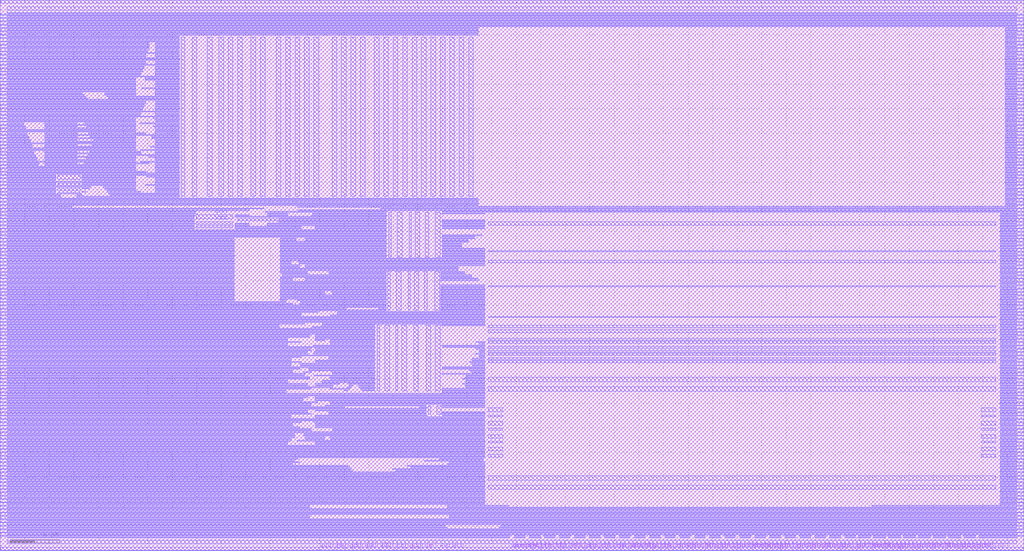
<source format=lef>
VERSION 5.8 ; 
BUSBITCHARS "[]" ; 
DIVIDERCHAR "/" ; 
MACRO sram22_128x32m4w8
    CLASS BLOCK  ;
    FOREIGN sram22_128x32m4w8   ;
    SIZE 416.760 BY 224.320 ;
    SYMMETRY X Y R90 ;
    PIN dout[0] 
        DIRECTION OUTPUT ; 
        ANTENNADIFFAREA 0.448000 LAYER met2 ;
        ANTENNAPARTIALMETALAREA 0.950300 LAYER met1 ;
        ANTENNAPARTIALMETALAREA 7.335400 LAYER met2 ;
        PORT 
            LAYER met1 ;
                RECT 208.510 0.000 208.650 0.140 ;
        END 
    END dout[0] 
    PIN dout[1] 
        DIRECTION OUTPUT ; 
        ANTENNADIFFAREA 0.448000 LAYER met2 ;
        ANTENNAPARTIALMETALAREA 0.950300 LAYER met1 ;
        ANTENNAPARTIALMETALAREA 7.335400 LAYER met2 ;
        PORT 
            LAYER met1 ;
                RECT 214.610 0.000 214.750 0.140 ;
        END 
    END dout[1] 
    PIN dout[2] 
        DIRECTION OUTPUT ; 
        ANTENNADIFFAREA 0.448000 LAYER met2 ;
        ANTENNAPARTIALMETALAREA 0.950300 LAYER met1 ;
        ANTENNAPARTIALMETALAREA 7.335400 LAYER met2 ;
        PORT 
            LAYER met1 ;
                RECT 220.710 0.000 220.850 0.140 ;
        END 
    END dout[2] 
    PIN dout[3] 
        DIRECTION OUTPUT ; 
        ANTENNADIFFAREA 0.448000 LAYER met2 ;
        ANTENNAPARTIALMETALAREA 0.950300 LAYER met1 ;
        ANTENNAPARTIALMETALAREA 7.335400 LAYER met2 ;
        PORT 
            LAYER met1 ;
                RECT 226.810 0.000 226.950 0.140 ;
        END 
    END dout[3] 
    PIN dout[4] 
        DIRECTION OUTPUT ; 
        ANTENNADIFFAREA 0.448000 LAYER met2 ;
        ANTENNAPARTIALMETALAREA 0.950300 LAYER met1 ;
        ANTENNAPARTIALMETALAREA 7.335400 LAYER met2 ;
        PORT 
            LAYER met1 ;
                RECT 232.910 0.000 233.050 0.140 ;
        END 
    END dout[4] 
    PIN dout[5] 
        DIRECTION OUTPUT ; 
        ANTENNADIFFAREA 0.448000 LAYER met2 ;
        ANTENNAPARTIALMETALAREA 0.950300 LAYER met1 ;
        ANTENNAPARTIALMETALAREA 7.335400 LAYER met2 ;
        PORT 
            LAYER met1 ;
                RECT 239.010 0.000 239.150 0.140 ;
        END 
    END dout[5] 
    PIN dout[6] 
        DIRECTION OUTPUT ; 
        ANTENNADIFFAREA 0.448000 LAYER met2 ;
        ANTENNAPARTIALMETALAREA 0.950300 LAYER met1 ;
        ANTENNAPARTIALMETALAREA 7.335400 LAYER met2 ;
        PORT 
            LAYER met1 ;
                RECT 245.110 0.000 245.250 0.140 ;
        END 
    END dout[6] 
    PIN dout[7] 
        DIRECTION OUTPUT ; 
        ANTENNADIFFAREA 0.448000 LAYER met2 ;
        ANTENNAPARTIALMETALAREA 0.950300 LAYER met1 ;
        ANTENNAPARTIALMETALAREA 7.335400 LAYER met2 ;
        PORT 
            LAYER met1 ;
                RECT 251.210 0.000 251.350 0.140 ;
        END 
    END dout[7] 
    PIN dout[8] 
        DIRECTION OUTPUT ; 
        ANTENNADIFFAREA 0.448000 LAYER met2 ;
        ANTENNAPARTIALMETALAREA 0.950300 LAYER met1 ;
        ANTENNAPARTIALMETALAREA 7.335400 LAYER met2 ;
        PORT 
            LAYER met1 ;
                RECT 257.310 0.000 257.450 0.140 ;
        END 
    END dout[8] 
    PIN dout[9] 
        DIRECTION OUTPUT ; 
        ANTENNADIFFAREA 0.448000 LAYER met2 ;
        ANTENNAPARTIALMETALAREA 0.950300 LAYER met1 ;
        ANTENNAPARTIALMETALAREA 7.335400 LAYER met2 ;
        PORT 
            LAYER met1 ;
                RECT 263.410 0.000 263.550 0.140 ;
        END 
    END dout[9] 
    PIN dout[10] 
        DIRECTION OUTPUT ; 
        ANTENNADIFFAREA 0.448000 LAYER met2 ;
        ANTENNAPARTIALMETALAREA 0.950300 LAYER met1 ;
        ANTENNAPARTIALMETALAREA 7.335400 LAYER met2 ;
        PORT 
            LAYER met1 ;
                RECT 269.510 0.000 269.650 0.140 ;
        END 
    END dout[10] 
    PIN dout[11] 
        DIRECTION OUTPUT ; 
        ANTENNADIFFAREA 0.448000 LAYER met2 ;
        ANTENNAPARTIALMETALAREA 0.950300 LAYER met1 ;
        ANTENNAPARTIALMETALAREA 7.335400 LAYER met2 ;
        PORT 
            LAYER met1 ;
                RECT 275.610 0.000 275.750 0.140 ;
        END 
    END dout[11] 
    PIN dout[12] 
        DIRECTION OUTPUT ; 
        ANTENNADIFFAREA 0.448000 LAYER met2 ;
        ANTENNAPARTIALMETALAREA 0.950300 LAYER met1 ;
        ANTENNAPARTIALMETALAREA 7.335400 LAYER met2 ;
        PORT 
            LAYER met1 ;
                RECT 281.710 0.000 281.850 0.140 ;
        END 
    END dout[12] 
    PIN dout[13] 
        DIRECTION OUTPUT ; 
        ANTENNADIFFAREA 0.448000 LAYER met2 ;
        ANTENNAPARTIALMETALAREA 0.950300 LAYER met1 ;
        ANTENNAPARTIALMETALAREA 7.335400 LAYER met2 ;
        PORT 
            LAYER met1 ;
                RECT 287.810 0.000 287.950 0.140 ;
        END 
    END dout[13] 
    PIN dout[14] 
        DIRECTION OUTPUT ; 
        ANTENNADIFFAREA 0.448000 LAYER met2 ;
        ANTENNAPARTIALMETALAREA 0.950300 LAYER met1 ;
        ANTENNAPARTIALMETALAREA 7.335400 LAYER met2 ;
        PORT 
            LAYER met1 ;
                RECT 293.910 0.000 294.050 0.140 ;
        END 
    END dout[14] 
    PIN dout[15] 
        DIRECTION OUTPUT ; 
        ANTENNADIFFAREA 0.448000 LAYER met2 ;
        ANTENNAPARTIALMETALAREA 0.950300 LAYER met1 ;
        ANTENNAPARTIALMETALAREA 7.335400 LAYER met2 ;
        PORT 
            LAYER met1 ;
                RECT 300.010 0.000 300.150 0.140 ;
        END 
    END dout[15] 
    PIN dout[16] 
        DIRECTION OUTPUT ; 
        ANTENNADIFFAREA 0.448000 LAYER met2 ;
        ANTENNAPARTIALMETALAREA 0.950300 LAYER met1 ;
        ANTENNAPARTIALMETALAREA 7.335400 LAYER met2 ;
        PORT 
            LAYER met1 ;
                RECT 306.110 0.000 306.250 0.140 ;
        END 
    END dout[16] 
    PIN dout[17] 
        DIRECTION OUTPUT ; 
        ANTENNADIFFAREA 0.448000 LAYER met2 ;
        ANTENNAPARTIALMETALAREA 0.950300 LAYER met1 ;
        ANTENNAPARTIALMETALAREA 7.335400 LAYER met2 ;
        PORT 
            LAYER met1 ;
                RECT 312.210 0.000 312.350 0.140 ;
        END 
    END dout[17] 
    PIN dout[18] 
        DIRECTION OUTPUT ; 
        ANTENNADIFFAREA 0.448000 LAYER met2 ;
        ANTENNAPARTIALMETALAREA 0.950300 LAYER met1 ;
        ANTENNAPARTIALMETALAREA 7.335400 LAYER met2 ;
        PORT 
            LAYER met1 ;
                RECT 318.310 0.000 318.450 0.140 ;
        END 
    END dout[18] 
    PIN dout[19] 
        DIRECTION OUTPUT ; 
        ANTENNADIFFAREA 0.448000 LAYER met2 ;
        ANTENNAPARTIALMETALAREA 0.950300 LAYER met1 ;
        ANTENNAPARTIALMETALAREA 7.335400 LAYER met2 ;
        PORT 
            LAYER met1 ;
                RECT 324.410 0.000 324.550 0.140 ;
        END 
    END dout[19] 
    PIN dout[20] 
        DIRECTION OUTPUT ; 
        ANTENNADIFFAREA 0.448000 LAYER met2 ;
        ANTENNAPARTIALMETALAREA 0.950300 LAYER met1 ;
        ANTENNAPARTIALMETALAREA 7.335400 LAYER met2 ;
        PORT 
            LAYER met1 ;
                RECT 330.510 0.000 330.650 0.140 ;
        END 
    END dout[20] 
    PIN dout[21] 
        DIRECTION OUTPUT ; 
        ANTENNADIFFAREA 0.448000 LAYER met2 ;
        ANTENNAPARTIALMETALAREA 0.950300 LAYER met1 ;
        ANTENNAPARTIALMETALAREA 7.335400 LAYER met2 ;
        PORT 
            LAYER met1 ;
                RECT 336.610 0.000 336.750 0.140 ;
        END 
    END dout[21] 
    PIN dout[22] 
        DIRECTION OUTPUT ; 
        ANTENNADIFFAREA 0.448000 LAYER met2 ;
        ANTENNAPARTIALMETALAREA 0.950300 LAYER met1 ;
        ANTENNAPARTIALMETALAREA 7.335400 LAYER met2 ;
        PORT 
            LAYER met1 ;
                RECT 342.710 0.000 342.850 0.140 ;
        END 
    END dout[22] 
    PIN dout[23] 
        DIRECTION OUTPUT ; 
        ANTENNADIFFAREA 0.448000 LAYER met2 ;
        ANTENNAPARTIALMETALAREA 0.950300 LAYER met1 ;
        ANTENNAPARTIALMETALAREA 7.335400 LAYER met2 ;
        PORT 
            LAYER met1 ;
                RECT 348.810 0.000 348.950 0.140 ;
        END 
    END dout[23] 
    PIN dout[24] 
        DIRECTION OUTPUT ; 
        ANTENNADIFFAREA 0.448000 LAYER met2 ;
        ANTENNAPARTIALMETALAREA 0.950300 LAYER met1 ;
        ANTENNAPARTIALMETALAREA 7.335400 LAYER met2 ;
        PORT 
            LAYER met1 ;
                RECT 354.910 0.000 355.050 0.140 ;
        END 
    END dout[24] 
    PIN dout[25] 
        DIRECTION OUTPUT ; 
        ANTENNADIFFAREA 0.448000 LAYER met2 ;
        ANTENNAPARTIALMETALAREA 0.950300 LAYER met1 ;
        ANTENNAPARTIALMETALAREA 7.335400 LAYER met2 ;
        PORT 
            LAYER met1 ;
                RECT 361.010 0.000 361.150 0.140 ;
        END 
    END dout[25] 
    PIN dout[26] 
        DIRECTION OUTPUT ; 
        ANTENNADIFFAREA 0.448000 LAYER met2 ;
        ANTENNAPARTIALMETALAREA 0.950300 LAYER met1 ;
        ANTENNAPARTIALMETALAREA 7.335400 LAYER met2 ;
        PORT 
            LAYER met1 ;
                RECT 367.110 0.000 367.250 0.140 ;
        END 
    END dout[26] 
    PIN dout[27] 
        DIRECTION OUTPUT ; 
        ANTENNADIFFAREA 0.448000 LAYER met2 ;
        ANTENNAPARTIALMETALAREA 0.950300 LAYER met1 ;
        ANTENNAPARTIALMETALAREA 7.335400 LAYER met2 ;
        PORT 
            LAYER met1 ;
                RECT 373.210 0.000 373.350 0.140 ;
        END 
    END dout[27] 
    PIN dout[28] 
        DIRECTION OUTPUT ; 
        ANTENNADIFFAREA 0.448000 LAYER met2 ;
        ANTENNAPARTIALMETALAREA 0.950300 LAYER met1 ;
        ANTENNAPARTIALMETALAREA 7.335400 LAYER met2 ;
        PORT 
            LAYER met1 ;
                RECT 379.310 0.000 379.450 0.140 ;
        END 
    END dout[28] 
    PIN dout[29] 
        DIRECTION OUTPUT ; 
        ANTENNADIFFAREA 0.448000 LAYER met2 ;
        ANTENNAPARTIALMETALAREA 0.950300 LAYER met1 ;
        ANTENNAPARTIALMETALAREA 7.335400 LAYER met2 ;
        PORT 
            LAYER met1 ;
                RECT 385.410 0.000 385.550 0.140 ;
        END 
    END dout[29] 
    PIN dout[30] 
        DIRECTION OUTPUT ; 
        ANTENNADIFFAREA 0.448000 LAYER met2 ;
        ANTENNAPARTIALMETALAREA 0.950300 LAYER met1 ;
        ANTENNAPARTIALMETALAREA 7.335400 LAYER met2 ;
        PORT 
            LAYER met1 ;
                RECT 391.510 0.000 391.650 0.140 ;
        END 
    END dout[30] 
    PIN dout[31] 
        DIRECTION OUTPUT ; 
        ANTENNADIFFAREA 0.448000 LAYER met2 ;
        ANTENNAPARTIALMETALAREA 0.950300 LAYER met1 ;
        ANTENNAPARTIALMETALAREA 7.335400 LAYER met2 ;
        PORT 
            LAYER met1 ;
                RECT 397.610 0.000 397.750 0.140 ;
        END 
    END dout[31] 
    PIN din[0] 
        DIRECTION INPUT ; 
        ANTENNAGATEAREA 0.126000 LAYER met2 ;
        ANTENNAPARTIALMETALAREA 5.020800 LAYER met1 ;
        ANTENNAPARTIALMETALAREA 7.057000 LAYER met2 ;
        PORT 
            LAYER met1 ;
                RECT 208.090 0.000 208.230 0.140 ;
        END 
    END din[0] 
    PIN din[1] 
        DIRECTION INPUT ; 
        ANTENNAGATEAREA 0.126000 LAYER met2 ;
        ANTENNAPARTIALMETALAREA 5.020800 LAYER met1 ;
        ANTENNAPARTIALMETALAREA 7.057000 LAYER met2 ;
        PORT 
            LAYER met1 ;
                RECT 214.190 0.000 214.330 0.140 ;
        END 
    END din[1] 
    PIN din[2] 
        DIRECTION INPUT ; 
        ANTENNAGATEAREA 0.126000 LAYER met2 ;
        ANTENNAPARTIALMETALAREA 5.020800 LAYER met1 ;
        ANTENNAPARTIALMETALAREA 7.057000 LAYER met2 ;
        PORT 
            LAYER met1 ;
                RECT 220.290 0.000 220.430 0.140 ;
        END 
    END din[2] 
    PIN din[3] 
        DIRECTION INPUT ; 
        ANTENNAGATEAREA 0.126000 LAYER met2 ;
        ANTENNAPARTIALMETALAREA 5.020800 LAYER met1 ;
        ANTENNAPARTIALMETALAREA 7.057000 LAYER met2 ;
        PORT 
            LAYER met1 ;
                RECT 226.390 0.000 226.530 0.140 ;
        END 
    END din[3] 
    PIN din[4] 
        DIRECTION INPUT ; 
        ANTENNAGATEAREA 0.126000 LAYER met2 ;
        ANTENNAPARTIALMETALAREA 5.020800 LAYER met1 ;
        ANTENNAPARTIALMETALAREA 7.057000 LAYER met2 ;
        PORT 
            LAYER met1 ;
                RECT 232.490 0.000 232.630 0.140 ;
        END 
    END din[4] 
    PIN din[5] 
        DIRECTION INPUT ; 
        ANTENNAGATEAREA 0.126000 LAYER met2 ;
        ANTENNAPARTIALMETALAREA 5.020800 LAYER met1 ;
        ANTENNAPARTIALMETALAREA 7.057000 LAYER met2 ;
        PORT 
            LAYER met1 ;
                RECT 238.590 0.000 238.730 0.140 ;
        END 
    END din[5] 
    PIN din[6] 
        DIRECTION INPUT ; 
        ANTENNAGATEAREA 0.126000 LAYER met2 ;
        ANTENNAPARTIALMETALAREA 5.020800 LAYER met1 ;
        ANTENNAPARTIALMETALAREA 7.057000 LAYER met2 ;
        PORT 
            LAYER met1 ;
                RECT 244.690 0.000 244.830 0.140 ;
        END 
    END din[6] 
    PIN din[7] 
        DIRECTION INPUT ; 
        ANTENNAGATEAREA 0.126000 LAYER met2 ;
        ANTENNAPARTIALMETALAREA 5.020800 LAYER met1 ;
        ANTENNAPARTIALMETALAREA 7.057000 LAYER met2 ;
        PORT 
            LAYER met1 ;
                RECT 250.790 0.000 250.930 0.140 ;
        END 
    END din[7] 
    PIN din[8] 
        DIRECTION INPUT ; 
        ANTENNAGATEAREA 0.126000 LAYER met2 ;
        ANTENNAPARTIALMETALAREA 5.020800 LAYER met1 ;
        ANTENNAPARTIALMETALAREA 7.057000 LAYER met2 ;
        PORT 
            LAYER met1 ;
                RECT 256.890 0.000 257.030 0.140 ;
        END 
    END din[8] 
    PIN din[9] 
        DIRECTION INPUT ; 
        ANTENNAGATEAREA 0.126000 LAYER met2 ;
        ANTENNAPARTIALMETALAREA 5.020800 LAYER met1 ;
        ANTENNAPARTIALMETALAREA 7.057000 LAYER met2 ;
        PORT 
            LAYER met1 ;
                RECT 262.990 0.000 263.130 0.140 ;
        END 
    END din[9] 
    PIN din[10] 
        DIRECTION INPUT ; 
        ANTENNAGATEAREA 0.126000 LAYER met2 ;
        ANTENNAPARTIALMETALAREA 5.020800 LAYER met1 ;
        ANTENNAPARTIALMETALAREA 7.057000 LAYER met2 ;
        PORT 
            LAYER met1 ;
                RECT 269.090 0.000 269.230 0.140 ;
        END 
    END din[10] 
    PIN din[11] 
        DIRECTION INPUT ; 
        ANTENNAGATEAREA 0.126000 LAYER met2 ;
        ANTENNAPARTIALMETALAREA 5.020800 LAYER met1 ;
        ANTENNAPARTIALMETALAREA 7.057000 LAYER met2 ;
        PORT 
            LAYER met1 ;
                RECT 275.190 0.000 275.330 0.140 ;
        END 
    END din[11] 
    PIN din[12] 
        DIRECTION INPUT ; 
        ANTENNAGATEAREA 0.126000 LAYER met2 ;
        ANTENNAPARTIALMETALAREA 5.020800 LAYER met1 ;
        ANTENNAPARTIALMETALAREA 7.057000 LAYER met2 ;
        PORT 
            LAYER met1 ;
                RECT 281.290 0.000 281.430 0.140 ;
        END 
    END din[12] 
    PIN din[13] 
        DIRECTION INPUT ; 
        ANTENNAGATEAREA 0.126000 LAYER met2 ;
        ANTENNAPARTIALMETALAREA 5.020800 LAYER met1 ;
        ANTENNAPARTIALMETALAREA 7.057000 LAYER met2 ;
        PORT 
            LAYER met1 ;
                RECT 287.390 0.000 287.530 0.140 ;
        END 
    END din[13] 
    PIN din[14] 
        DIRECTION INPUT ; 
        ANTENNAGATEAREA 0.126000 LAYER met2 ;
        ANTENNAPARTIALMETALAREA 5.020800 LAYER met1 ;
        ANTENNAPARTIALMETALAREA 7.057000 LAYER met2 ;
        PORT 
            LAYER met1 ;
                RECT 293.490 0.000 293.630 0.140 ;
        END 
    END din[14] 
    PIN din[15] 
        DIRECTION INPUT ; 
        ANTENNAGATEAREA 0.126000 LAYER met2 ;
        ANTENNAPARTIALMETALAREA 5.020800 LAYER met1 ;
        ANTENNAPARTIALMETALAREA 7.057000 LAYER met2 ;
        PORT 
            LAYER met1 ;
                RECT 299.590 0.000 299.730 0.140 ;
        END 
    END din[15] 
    PIN din[16] 
        DIRECTION INPUT ; 
        ANTENNAGATEAREA 0.126000 LAYER met2 ;
        ANTENNAPARTIALMETALAREA 5.020800 LAYER met1 ;
        ANTENNAPARTIALMETALAREA 7.057000 LAYER met2 ;
        PORT 
            LAYER met1 ;
                RECT 305.690 0.000 305.830 0.140 ;
        END 
    END din[16] 
    PIN din[17] 
        DIRECTION INPUT ; 
        ANTENNAGATEAREA 0.126000 LAYER met2 ;
        ANTENNAPARTIALMETALAREA 5.020800 LAYER met1 ;
        ANTENNAPARTIALMETALAREA 7.057000 LAYER met2 ;
        PORT 
            LAYER met1 ;
                RECT 311.790 0.000 311.930 0.140 ;
        END 
    END din[17] 
    PIN din[18] 
        DIRECTION INPUT ; 
        ANTENNAGATEAREA 0.126000 LAYER met2 ;
        ANTENNAPARTIALMETALAREA 5.020800 LAYER met1 ;
        ANTENNAPARTIALMETALAREA 7.057000 LAYER met2 ;
        PORT 
            LAYER met1 ;
                RECT 317.890 0.000 318.030 0.140 ;
        END 
    END din[18] 
    PIN din[19] 
        DIRECTION INPUT ; 
        ANTENNAGATEAREA 0.126000 LAYER met2 ;
        ANTENNAPARTIALMETALAREA 5.020800 LAYER met1 ;
        ANTENNAPARTIALMETALAREA 7.057000 LAYER met2 ;
        PORT 
            LAYER met1 ;
                RECT 323.990 0.000 324.130 0.140 ;
        END 
    END din[19] 
    PIN din[20] 
        DIRECTION INPUT ; 
        ANTENNAGATEAREA 0.126000 LAYER met2 ;
        ANTENNAPARTIALMETALAREA 5.020800 LAYER met1 ;
        ANTENNAPARTIALMETALAREA 7.057000 LAYER met2 ;
        PORT 
            LAYER met1 ;
                RECT 330.090 0.000 330.230 0.140 ;
        END 
    END din[20] 
    PIN din[21] 
        DIRECTION INPUT ; 
        ANTENNAGATEAREA 0.126000 LAYER met2 ;
        ANTENNAPARTIALMETALAREA 5.020800 LAYER met1 ;
        ANTENNAPARTIALMETALAREA 7.057000 LAYER met2 ;
        PORT 
            LAYER met1 ;
                RECT 336.190 0.000 336.330 0.140 ;
        END 
    END din[21] 
    PIN din[22] 
        DIRECTION INPUT ; 
        ANTENNAGATEAREA 0.126000 LAYER met2 ;
        ANTENNAPARTIALMETALAREA 5.020800 LAYER met1 ;
        ANTENNAPARTIALMETALAREA 7.057000 LAYER met2 ;
        PORT 
            LAYER met1 ;
                RECT 342.290 0.000 342.430 0.140 ;
        END 
    END din[22] 
    PIN din[23] 
        DIRECTION INPUT ; 
        ANTENNAGATEAREA 0.126000 LAYER met2 ;
        ANTENNAPARTIALMETALAREA 5.020800 LAYER met1 ;
        ANTENNAPARTIALMETALAREA 7.057000 LAYER met2 ;
        PORT 
            LAYER met1 ;
                RECT 348.390 0.000 348.530 0.140 ;
        END 
    END din[23] 
    PIN din[24] 
        DIRECTION INPUT ; 
        ANTENNAGATEAREA 0.126000 LAYER met2 ;
        ANTENNAPARTIALMETALAREA 5.020800 LAYER met1 ;
        ANTENNAPARTIALMETALAREA 7.057000 LAYER met2 ;
        PORT 
            LAYER met1 ;
                RECT 354.490 0.000 354.630 0.140 ;
        END 
    END din[24] 
    PIN din[25] 
        DIRECTION INPUT ; 
        ANTENNAGATEAREA 0.126000 LAYER met2 ;
        ANTENNAPARTIALMETALAREA 5.020800 LAYER met1 ;
        ANTENNAPARTIALMETALAREA 7.057000 LAYER met2 ;
        PORT 
            LAYER met1 ;
                RECT 360.590 0.000 360.730 0.140 ;
        END 
    END din[25] 
    PIN din[26] 
        DIRECTION INPUT ; 
        ANTENNAGATEAREA 0.126000 LAYER met2 ;
        ANTENNAPARTIALMETALAREA 5.020800 LAYER met1 ;
        ANTENNAPARTIALMETALAREA 7.057000 LAYER met2 ;
        PORT 
            LAYER met1 ;
                RECT 366.690 0.000 366.830 0.140 ;
        END 
    END din[26] 
    PIN din[27] 
        DIRECTION INPUT ; 
        ANTENNAGATEAREA 0.126000 LAYER met2 ;
        ANTENNAPARTIALMETALAREA 5.020800 LAYER met1 ;
        ANTENNAPARTIALMETALAREA 7.057000 LAYER met2 ;
        PORT 
            LAYER met1 ;
                RECT 372.790 0.000 372.930 0.140 ;
        END 
    END din[27] 
    PIN din[28] 
        DIRECTION INPUT ; 
        ANTENNAGATEAREA 0.126000 LAYER met2 ;
        ANTENNAPARTIALMETALAREA 5.020800 LAYER met1 ;
        ANTENNAPARTIALMETALAREA 7.057000 LAYER met2 ;
        PORT 
            LAYER met1 ;
                RECT 378.890 0.000 379.030 0.140 ;
        END 
    END din[28] 
    PIN din[29] 
        DIRECTION INPUT ; 
        ANTENNAGATEAREA 0.126000 LAYER met2 ;
        ANTENNAPARTIALMETALAREA 5.020800 LAYER met1 ;
        ANTENNAPARTIALMETALAREA 7.057000 LAYER met2 ;
        PORT 
            LAYER met1 ;
                RECT 384.990 0.000 385.130 0.140 ;
        END 
    END din[29] 
    PIN din[30] 
        DIRECTION INPUT ; 
        ANTENNAGATEAREA 0.126000 LAYER met2 ;
        ANTENNAPARTIALMETALAREA 5.020800 LAYER met1 ;
        ANTENNAPARTIALMETALAREA 7.057000 LAYER met2 ;
        PORT 
            LAYER met1 ;
                RECT 391.090 0.000 391.230 0.140 ;
        END 
    END din[30] 
    PIN din[31] 
        DIRECTION INPUT ; 
        ANTENNAGATEAREA 0.126000 LAYER met2 ;
        ANTENNAPARTIALMETALAREA 5.020800 LAYER met1 ;
        ANTENNAPARTIALMETALAREA 7.057000 LAYER met2 ;
        PORT 
            LAYER met1 ;
                RECT 397.190 0.000 397.330 0.140 ;
        END 
    END din[31] 
    PIN wmask[0] 
        DIRECTION INPUT ; 
        ANTENNAGATEAREA 0.126000 LAYER met2 ;
        ANTENNAPARTIALMETALAREA 2.831200 LAYER met1 ;
        ANTENNAPARTIALMETALAREA 0.278400 LAYER met2 ;
        PORT 
            LAYER met1 ;
                RECT 207.740 0.000 207.880 0.140 ;
        END 
    END wmask[0] 
    PIN wmask[1] 
        DIRECTION INPUT ; 
        ANTENNAGATEAREA 0.126000 LAYER met2 ;
        ANTENNAPARTIALMETALAREA 2.831200 LAYER met1 ;
        ANTENNAPARTIALMETALAREA 0.278400 LAYER met2 ;
        PORT 
            LAYER met1 ;
                RECT 256.540 0.000 256.680 0.140 ;
        END 
    END wmask[1] 
    PIN wmask[2] 
        DIRECTION INPUT ; 
        ANTENNAGATEAREA 0.126000 LAYER met2 ;
        ANTENNAPARTIALMETALAREA 2.831200 LAYER met1 ;
        ANTENNAPARTIALMETALAREA 0.278400 LAYER met2 ;
        PORT 
            LAYER met1 ;
                RECT 305.340 0.000 305.480 0.140 ;
        END 
    END wmask[2] 
    PIN wmask[3] 
        DIRECTION INPUT ; 
        ANTENNAGATEAREA 0.126000 LAYER met2 ;
        ANTENNAPARTIALMETALAREA 2.831200 LAYER met1 ;
        ANTENNAPARTIALMETALAREA 0.278400 LAYER met2 ;
        PORT 
            LAYER met1 ;
                RECT 354.140 0.000 354.280 0.140 ;
        END 
    END wmask[3] 
    PIN addr[0] 
        DIRECTION INPUT ; 
        ANTENNAGATEAREA 0.126000 LAYER met1 ;
        ANTENNAPARTIALMETALAREA 3.867900 LAYER met1 ;
        PORT 
            LAYER met1 ;
                RECT 166.400 0.000 166.720 0.320 ;
        END 
    END addr[0] 
    PIN addr[1] 
        DIRECTION INPUT ; 
        ANTENNAGATEAREA 0.126000 LAYER met1 ;
        ANTENNAPARTIALMETALAREA 3.867900 LAYER met1 ;
        PORT 
            LAYER met1 ;
                RECT 160.280 0.000 160.600 0.320 ;
        END 
    END addr[1] 
    PIN addr[2] 
        DIRECTION INPUT ; 
        ANTENNAGATEAREA 0.126000 LAYER met1 ;
        ANTENNAPARTIALMETALAREA 3.867900 LAYER met1 ;
        PORT 
            LAYER met1 ;
                RECT 154.160 0.000 154.480 0.320 ;
        END 
    END addr[2] 
    PIN addr[3] 
        DIRECTION INPUT ; 
        ANTENNAGATEAREA 0.126000 LAYER met1 ;
        ANTENNAPARTIALMETALAREA 3.867900 LAYER met1 ;
        PORT 
            LAYER met1 ;
                RECT 148.040 0.000 148.360 0.320 ;
        END 
    END addr[3] 
    PIN addr[4] 
        DIRECTION INPUT ; 
        ANTENNAGATEAREA 0.126000 LAYER met1 ;
        ANTENNAPARTIALMETALAREA 3.867900 LAYER met1 ;
        PORT 
            LAYER met1 ;
                RECT 141.920 0.000 142.240 0.320 ;
        END 
    END addr[4] 
    PIN addr[5] 
        DIRECTION INPUT ; 
        ANTENNAGATEAREA 0.126000 LAYER met1 ;
        ANTENNAPARTIALMETALAREA 3.867900 LAYER met1 ;
        PORT 
            LAYER met1 ;
                RECT 135.800 0.000 136.120 0.320 ;
        END 
    END addr[5] 
    PIN addr[6] 
        DIRECTION INPUT ; 
        ANTENNAGATEAREA 0.126000 LAYER met1 ;
        ANTENNAPARTIALMETALAREA 3.867900 LAYER met1 ;
        PORT 
            LAYER met1 ;
                RECT 129.680 0.000 130.000 0.320 ;
        END 
    END addr[6] 
    PIN we 
        DIRECTION INPUT ; 
        ANTENNAGATEAREA 0.126000 LAYER met1 ;
        ANTENNAPARTIALMETALAREA 3.867900 LAYER met1 ;
        PORT 
            LAYER met1 ;
                RECT 178.640 0.000 178.960 0.320 ;
        END 
    END we 
    PIN ce 
        DIRECTION INPUT ; 
        ANTENNAGATEAREA 0.126000 LAYER met1 ;
        ANTENNAPARTIALMETALAREA 3.867900 LAYER met1 ;
        PORT 
            LAYER met1 ;
                RECT 172.520 0.000 172.840 0.320 ;
        END 
    END ce 
    PIN clk 
        DIRECTION INPUT ; 
        ANTENNAGATEAREA 22.041000 LAYER met2 ;
        PORT 
            LAYER met1 ;
                RECT 181.360 0.000 181.680 0.320 ;
        END 
    END clk 
    PIN rstb 
        DIRECTION INPUT ; 
        ANTENNAGATEAREA 25.947000 LAYER met2 ;
        PORT 
            LAYER met1 ;
                RECT 182.040 0.000 182.360 0.320 ;
        END 
    END rstb 
    PIN vdd 
        DIRECTION INOUT ; 
        USE POWER ; 
        PORT 
            LAYER met2 ;
                RECT 0.160 5.920 207.520 6.240 ;
                RECT 209.240 5.920 213.640 6.240 ;
                RECT 215.360 5.920 219.760 6.240 ;
                RECT 221.480 5.920 225.880 6.240 ;
                RECT 227.600 5.920 232.000 6.240 ;
                RECT 233.720 5.920 238.120 6.240 ;
                RECT 239.840 5.920 244.240 6.240 ;
                RECT 245.960 5.920 250.360 6.240 ;
                RECT 252.080 5.920 256.480 6.240 ;
                RECT 258.200 5.920 262.600 6.240 ;
                RECT 264.320 5.920 268.720 6.240 ;
                RECT 270.440 5.920 274.840 6.240 ;
                RECT 276.560 5.920 280.960 6.240 ;
                RECT 282.680 5.920 287.080 6.240 ;
                RECT 288.800 5.920 293.200 6.240 ;
                RECT 294.920 5.920 299.320 6.240 ;
                RECT 301.040 5.920 305.440 6.240 ;
                RECT 307.160 5.920 311.560 6.240 ;
                RECT 313.280 5.920 317.680 6.240 ;
                RECT 319.400 5.920 323.800 6.240 ;
                RECT 325.520 5.920 329.920 6.240 ;
                RECT 331.640 5.920 336.040 6.240 ;
                RECT 337.760 5.920 342.160 6.240 ;
                RECT 343.880 5.920 348.280 6.240 ;
                RECT 349.320 5.920 354.400 6.240 ;
                RECT 355.440 5.920 360.520 6.240 ;
                RECT 361.560 5.920 366.640 6.240 ;
                RECT 367.680 5.920 372.760 6.240 ;
                RECT 373.800 5.920 378.880 6.240 ;
                RECT 379.920 5.920 385.000 6.240 ;
                RECT 386.040 5.920 391.120 6.240 ;
                RECT 392.160 5.920 397.240 6.240 ;
                RECT 398.280 5.920 416.600 6.240 ;
                RECT 0.160 7.280 416.600 7.600 ;
                RECT 0.160 8.640 416.600 8.960 ;
                RECT 0.160 10.000 181.000 10.320 ;
                RECT 203.800 10.000 416.600 10.320 ;
                RECT 0.160 11.360 416.600 11.680 ;
                RECT 0.160 12.720 416.600 13.040 ;
                RECT 0.160 14.080 125.920 14.400 ;
                RECT 182.720 14.080 416.600 14.400 ;
                RECT 0.160 15.440 416.600 15.760 ;
                RECT 0.160 16.800 416.600 17.120 ;
                RECT 0.160 18.160 125.920 18.480 ;
                RECT 182.040 18.160 206.840 18.480 ;
                RECT 354.760 18.160 416.600 18.480 ;
                RECT 0.160 19.520 197.320 19.840 ;
                RECT 407.120 19.520 416.600 19.840 ;
                RECT 0.160 20.880 197.320 21.200 ;
                RECT 407.120 20.880 416.600 21.200 ;
                RECT 0.160 22.240 197.320 22.560 ;
                RECT 407.120 22.240 416.600 22.560 ;
                RECT 0.160 23.600 197.320 23.920 ;
                RECT 407.120 23.600 416.600 23.920 ;
                RECT 0.160 24.960 197.320 25.280 ;
                RECT 407.120 24.960 416.600 25.280 ;
                RECT 0.160 26.320 197.320 26.640 ;
                RECT 407.120 26.320 416.600 26.640 ;
                RECT 0.160 27.680 197.320 28.000 ;
                RECT 407.120 27.680 416.600 28.000 ;
                RECT 0.160 29.040 197.320 29.360 ;
                RECT 407.120 29.040 416.600 29.360 ;
                RECT 0.160 30.400 197.320 30.720 ;
                RECT 407.120 30.400 416.600 30.720 ;
                RECT 0.160 31.760 197.320 32.080 ;
                RECT 407.120 31.760 416.600 32.080 ;
                RECT 0.160 33.120 142.920 33.440 ;
                RECT 159.600 33.120 197.320 33.440 ;
                RECT 407.120 33.120 416.600 33.440 ;
                RECT 0.160 34.480 141.560 34.800 ;
                RECT 165.720 34.480 197.320 34.800 ;
                RECT 407.120 34.480 416.600 34.800 ;
                RECT 0.160 35.840 121.840 36.160 ;
                RECT 182.720 35.840 197.320 36.160 ;
                RECT 407.120 35.840 416.600 36.160 ;
                RECT 0.160 37.200 121.160 37.520 ;
                RECT 178.640 37.200 196.640 37.520 ;
                RECT 407.120 37.200 416.600 37.520 ;
                RECT 0.160 38.560 197.320 38.880 ;
                RECT 407.120 38.560 416.600 38.880 ;
                RECT 0.160 39.920 197.320 40.240 ;
                RECT 407.120 39.920 416.600 40.240 ;
                RECT 0.160 41.280 197.320 41.600 ;
                RECT 407.120 41.280 416.600 41.600 ;
                RECT 0.160 42.640 197.320 42.960 ;
                RECT 407.120 42.640 416.600 42.960 ;
                RECT 0.160 44.000 117.080 44.320 ;
                RECT 128.320 44.000 197.320 44.320 ;
                RECT 407.120 44.000 416.600 44.320 ;
                RECT 0.160 45.360 118.440 45.680 ;
                RECT 124.240 45.360 132.040 45.680 ;
                RECT 134.440 45.360 197.320 45.680 ;
                RECT 407.120 45.360 416.600 45.680 ;
                RECT 0.160 46.720 119.800 47.040 ;
                RECT 123.560 46.720 197.320 47.040 ;
                RECT 407.120 46.720 416.600 47.040 ;
                RECT 0.160 48.080 197.320 48.400 ;
                RECT 407.120 48.080 416.600 48.400 ;
                RECT 0.160 49.440 126.600 49.760 ;
                RECT 135.120 49.440 197.320 49.760 ;
                RECT 407.120 49.440 416.600 49.760 ;
                RECT 0.160 50.800 119.120 51.120 ;
                RECT 128.320 50.800 197.320 51.120 ;
                RECT 407.120 50.800 416.600 51.120 ;
                RECT 0.160 52.160 122.520 52.480 ;
                RECT 127.640 52.160 197.320 52.480 ;
                RECT 407.120 52.160 416.600 52.480 ;
                RECT 0.160 53.520 197.320 53.840 ;
                RECT 407.120 53.520 416.600 53.840 ;
                RECT 0.160 54.880 118.440 55.200 ;
                RECT 128.320 54.880 173.520 55.200 ;
                RECT 180.000 54.880 197.320 55.200 ;
                RECT 407.120 54.880 416.600 55.200 ;
                RECT 0.160 56.240 125.240 56.560 ;
                RECT 133.760 56.240 173.520 56.560 ;
                RECT 180.000 56.240 197.320 56.560 ;
                RECT 407.120 56.240 416.600 56.560 ;
                RECT 0.160 57.600 173.520 57.920 ;
                RECT 407.120 57.600 416.600 57.920 ;
                RECT 0.160 58.960 126.600 59.280 ;
                RECT 132.400 58.960 173.520 59.280 ;
                RECT 180.000 58.960 197.320 59.280 ;
                RECT 407.120 58.960 416.600 59.280 ;
                RECT 0.160 60.320 129.320 60.640 ;
                RECT 134.440 60.320 197.320 60.640 ;
                RECT 407.120 60.320 416.600 60.640 ;
                RECT 0.160 61.680 123.200 62.000 ;
                RECT 128.320 61.680 197.320 62.000 ;
                RECT 407.120 61.680 416.600 62.000 ;
                RECT 0.160 63.040 197.320 63.360 ;
                RECT 407.120 63.040 416.600 63.360 ;
                RECT 0.160 64.400 116.400 64.720 ;
                RECT 180.000 64.400 197.320 64.720 ;
                RECT 407.120 64.400 416.600 64.720 ;
                RECT 0.160 65.760 126.600 66.080 ;
                RECT 134.440 65.760 142.240 66.080 ;
                RECT 146.680 65.760 152.440 66.080 ;
                RECT 180.000 65.760 197.320 66.080 ;
                RECT 407.120 65.760 416.600 66.080 ;
                RECT 0.160 67.120 125.240 67.440 ;
                RECT 128.320 67.120 135.440 67.440 ;
                RECT 141.920 67.120 143.600 67.440 ;
                RECT 146.000 67.120 152.440 67.440 ;
                RECT 189.520 67.120 197.320 67.440 ;
                RECT 407.120 67.120 416.600 67.440 ;
                RECT 0.160 68.480 117.080 68.800 ;
                RECT 131.040 68.480 152.440 68.800 ;
                RECT 189.520 68.480 197.320 68.800 ;
                RECT 407.120 68.480 416.600 68.800 ;
                RECT 0.160 69.840 125.920 70.160 ;
                RECT 134.440 69.840 152.440 70.160 ;
                RECT 188.160 69.840 197.320 70.160 ;
                RECT 407.120 69.840 416.600 70.160 ;
                RECT 0.160 71.200 123.880 71.520 ;
                RECT 127.640 71.200 152.440 71.520 ;
                RECT 189.520 71.200 197.320 71.520 ;
                RECT 407.120 71.200 416.600 71.520 ;
                RECT 0.160 72.560 119.120 72.880 ;
                RECT 123.560 72.560 126.600 72.880 ;
                RECT 135.120 72.560 152.440 72.880 ;
                RECT 192.240 72.560 197.320 72.880 ;
                RECT 407.120 72.560 416.600 72.880 ;
                RECT 0.160 73.920 121.840 74.240 ;
                RECT 125.600 73.920 152.440 74.240 ;
                RECT 180.000 73.920 197.320 74.240 ;
                RECT 407.120 73.920 416.600 74.240 ;
                RECT 0.160 75.280 118.440 75.600 ;
                RECT 122.200 75.280 152.440 75.600 ;
                RECT 192.240 75.280 197.320 75.600 ;
                RECT 407.120 75.280 416.600 75.600 ;
                RECT 0.160 76.640 122.520 76.960 ;
                RECT 128.320 76.640 152.440 76.960 ;
                RECT 190.880 76.640 197.320 76.960 ;
                RECT 407.120 76.640 416.600 76.960 ;
                RECT 0.160 78.000 118.440 78.320 ;
                RECT 133.760 78.000 152.440 78.320 ;
                RECT 192.240 78.000 197.320 78.320 ;
                RECT 407.120 78.000 416.600 78.320 ;
                RECT 0.160 79.360 152.440 79.680 ;
                RECT 194.960 79.360 197.320 79.680 ;
                RECT 407.120 79.360 416.600 79.680 ;
                RECT 0.160 80.720 125.240 81.040 ;
                RECT 127.640 80.720 152.440 81.040 ;
                RECT 194.960 80.720 197.320 81.040 ;
                RECT 407.120 80.720 416.600 81.040 ;
                RECT 0.160 82.080 126.600 82.400 ;
                RECT 128.320 82.080 152.440 82.400 ;
                RECT 193.600 82.080 197.320 82.400 ;
                RECT 407.120 82.080 416.600 82.400 ;
                RECT 0.160 83.440 117.080 83.760 ;
                RECT 127.640 83.440 152.440 83.760 ;
                RECT 180.000 83.440 197.320 83.760 ;
                RECT 407.120 83.440 416.600 83.760 ;
                RECT 0.160 84.800 122.520 85.120 ;
                RECT 134.440 84.800 152.440 85.120 ;
                RECT 193.600 84.800 197.320 85.120 ;
                RECT 407.120 84.800 416.600 85.120 ;
                RECT 0.160 86.160 117.080 86.480 ;
                RECT 128.320 86.160 152.440 86.480 ;
                RECT 407.120 86.160 416.600 86.480 ;
                RECT 0.160 87.520 125.920 87.840 ;
                RECT 128.320 87.520 152.440 87.840 ;
                RECT 407.120 87.520 416.600 87.840 ;
                RECT 0.160 88.880 152.440 89.200 ;
                RECT 407.120 88.880 416.600 89.200 ;
                RECT 0.160 90.240 152.440 90.560 ;
                RECT 407.120 90.240 416.600 90.560 ;
                RECT 0.160 91.600 113.680 91.920 ;
                RECT 131.040 91.600 152.440 91.920 ;
                RECT 180.000 91.600 197.320 91.920 ;
                RECT 407.120 91.600 416.600 91.920 ;
                RECT 0.160 92.960 197.320 93.280 ;
                RECT 407.120 92.960 416.600 93.280 ;
                RECT 0.160 94.320 197.320 94.640 ;
                RECT 407.120 94.320 416.600 94.640 ;
                RECT 0.160 95.680 122.520 96.000 ;
                RECT 134.440 95.680 197.320 96.000 ;
                RECT 407.120 95.680 416.600 96.000 ;
                RECT 0.160 97.040 129.320 97.360 ;
                RECT 137.160 97.040 197.320 97.360 ;
                RECT 407.120 97.040 416.600 97.360 ;
                RECT 0.160 98.400 140.880 98.720 ;
                RECT 154.160 98.400 157.200 98.720 ;
                RECT 179.320 98.400 197.320 98.720 ;
                RECT 407.120 98.400 416.600 98.720 ;
                RECT 0.160 99.760 157.200 100.080 ;
                RECT 179.320 99.760 197.320 100.080 ;
                RECT 407.120 99.760 416.600 100.080 ;
                RECT 0.160 101.120 116.400 101.440 ;
                RECT 122.200 101.120 157.200 101.440 ;
                RECT 179.320 101.120 197.320 101.440 ;
                RECT 407.120 101.120 416.600 101.440 ;
                RECT 0.160 102.480 95.320 102.800 ;
                RECT 114.040 102.480 157.200 102.800 ;
                RECT 179.320 102.480 197.320 102.800 ;
                RECT 407.120 102.480 416.600 102.800 ;
                RECT 0.160 103.840 95.320 104.160 ;
                RECT 114.040 103.840 157.200 104.160 ;
                RECT 179.320 103.840 197.320 104.160 ;
                RECT 407.120 103.840 416.600 104.160 ;
                RECT 0.160 105.200 95.320 105.520 ;
                RECT 114.040 105.200 132.040 105.520 ;
                RECT 135.120 105.200 157.200 105.520 ;
                RECT 179.320 105.200 197.320 105.520 ;
                RECT 407.120 105.200 416.600 105.520 ;
                RECT 0.160 106.560 95.320 106.880 ;
                RECT 114.040 106.560 157.200 106.880 ;
                RECT 179.320 106.560 197.320 106.880 ;
                RECT 407.120 106.560 416.600 106.880 ;
                RECT 0.160 107.920 95.320 108.240 ;
                RECT 114.040 107.920 157.200 108.240 ;
                RECT 179.320 107.920 197.320 108.240 ;
                RECT 407.120 107.920 416.600 108.240 ;
                RECT 0.160 109.280 95.320 109.600 ;
                RECT 114.040 109.280 157.200 109.600 ;
                RECT 407.120 109.280 416.600 109.600 ;
                RECT 0.160 110.640 95.320 110.960 ;
                RECT 114.040 110.640 119.120 110.960 ;
                RECT 124.240 110.640 157.200 110.960 ;
                RECT 179.320 110.640 194.600 110.960 ;
                RECT 407.120 110.640 416.600 110.960 ;
                RECT 0.160 112.000 95.320 112.320 ;
                RECT 114.720 112.000 157.200 112.320 ;
                RECT 179.320 112.000 191.880 112.320 ;
                RECT 407.120 112.000 416.600 112.320 ;
                RECT 0.160 113.360 95.320 113.680 ;
                RECT 114.040 113.360 125.240 113.680 ;
                RECT 133.760 113.360 157.200 113.680 ;
                RECT 179.320 113.360 189.160 113.680 ;
                RECT 407.120 113.360 416.600 113.680 ;
                RECT 0.160 114.720 95.320 115.040 ;
                RECT 114.040 114.720 186.440 115.040 ;
                RECT 407.120 114.720 416.600 115.040 ;
                RECT 0.160 116.080 95.320 116.400 ;
                RECT 114.040 116.080 121.840 116.400 ;
                RECT 124.240 116.080 197.320 116.400 ;
                RECT 407.120 116.080 416.600 116.400 ;
                RECT 0.160 117.440 95.320 117.760 ;
                RECT 114.040 117.440 118.440 117.760 ;
                RECT 121.520 117.440 197.320 117.760 ;
                RECT 407.120 117.440 416.600 117.760 ;
                RECT 0.160 118.800 95.320 119.120 ;
                RECT 114.040 118.800 197.320 119.120 ;
                RECT 407.120 118.800 416.600 119.120 ;
                RECT 0.160 120.160 95.320 120.480 ;
                RECT 114.040 120.160 157.200 120.480 ;
                RECT 180.000 120.160 197.320 120.480 ;
                RECT 407.120 120.160 416.600 120.480 ;
                RECT 0.160 121.520 95.320 121.840 ;
                RECT 114.040 121.520 157.200 121.840 ;
                RECT 180.000 121.520 197.320 121.840 ;
                RECT 407.120 121.520 416.600 121.840 ;
                RECT 0.160 122.880 95.320 123.200 ;
                RECT 114.040 122.880 157.200 123.200 ;
                RECT 180.000 122.880 197.320 123.200 ;
                RECT 407.120 122.880 416.600 123.200 ;
                RECT 0.160 124.240 95.320 124.560 ;
                RECT 114.040 124.240 157.200 124.560 ;
                RECT 180.000 124.240 187.800 124.560 ;
                RECT 407.120 124.240 416.600 124.560 ;
                RECT 0.160 125.600 95.320 125.920 ;
                RECT 114.040 125.600 157.200 125.920 ;
                RECT 180.000 125.600 190.520 125.920 ;
                RECT 407.120 125.600 416.600 125.920 ;
                RECT 0.160 126.960 95.320 127.280 ;
                RECT 114.040 126.960 120.480 127.280 ;
                RECT 124.240 126.960 157.200 127.280 ;
                RECT 180.000 126.960 193.240 127.280 ;
                RECT 407.120 126.960 416.600 127.280 ;
                RECT 0.160 128.320 157.200 128.640 ;
                RECT 180.000 128.320 195.960 128.640 ;
                RECT 407.120 128.320 416.600 128.640 ;
                RECT 0.160 129.680 157.200 130.000 ;
                RECT 407.120 129.680 416.600 130.000 ;
                RECT 0.160 131.040 79.000 131.360 ;
                RECT 95.680 131.040 122.520 131.360 ;
                RECT 128.320 131.040 157.200 131.360 ;
                RECT 180.000 131.040 197.320 131.360 ;
                RECT 407.120 131.040 416.600 131.360 ;
                RECT 0.160 132.400 79.000 132.720 ;
                RECT 95.680 132.400 101.440 132.720 ;
                RECT 108.600 132.400 157.200 132.720 ;
                RECT 180.000 132.400 197.320 132.720 ;
                RECT 407.120 132.400 416.600 132.720 ;
                RECT 0.160 133.760 79.000 134.080 ;
                RECT 113.360 133.760 157.200 134.080 ;
                RECT 180.000 133.760 197.320 134.080 ;
                RECT 407.120 133.760 416.600 134.080 ;
                RECT 0.160 135.120 79.000 135.440 ;
                RECT 113.360 135.120 157.200 135.440 ;
                RECT 407.120 135.120 416.600 135.440 ;
                RECT 0.160 136.480 79.000 136.800 ;
                RECT 95.680 136.480 101.440 136.800 ;
                RECT 108.600 136.480 117.080 136.800 ;
                RECT 126.960 136.480 157.200 136.800 ;
                RECT 407.120 136.480 416.600 136.800 ;
                RECT 0.160 137.840 79.680 138.160 ;
                RECT 107.920 137.840 157.200 138.160 ;
                RECT 180.000 137.840 416.600 138.160 ;
                RECT 0.160 139.200 107.560 139.520 ;
                RECT 154.840 139.200 416.600 139.520 ;
                RECT 0.160 140.560 194.600 140.880 ;
                RECT 409.160 140.560 416.600 140.880 ;
                RECT 0.160 141.920 194.600 142.240 ;
                RECT 409.160 141.920 416.600 142.240 ;
                RECT 0.160 143.280 194.600 143.600 ;
                RECT 409.160 143.280 416.600 143.600 ;
                RECT 0.160 144.640 24.600 144.960 ;
                RECT 31.080 144.640 33.440 144.960 ;
                RECT 44.680 144.640 72.880 144.960 ;
                RECT 409.160 144.640 416.600 144.960 ;
                RECT 0.160 146.000 22.560 146.320 ;
                RECT 33.120 146.000 34.800 146.320 ;
                RECT 43.320 146.000 57.240 146.320 ;
                RECT 63.040 146.000 72.880 146.320 ;
                RECT 409.160 146.000 416.600 146.320 ;
                RECT 0.160 147.360 22.560 147.680 ;
                RECT 33.120 147.360 36.160 147.680 ;
                RECT 42.640 147.360 55.200 147.680 ;
                RECT 63.040 147.360 72.880 147.680 ;
                RECT 409.160 147.360 416.600 147.680 ;
                RECT 0.160 148.720 22.560 149.040 ;
                RECT 33.120 148.720 55.200 149.040 ;
                RECT 58.960 148.720 72.880 149.040 ;
                RECT 409.160 148.720 416.600 149.040 ;
                RECT 0.160 150.080 55.200 150.400 ;
                RECT 63.040 150.080 72.880 150.400 ;
                RECT 409.160 150.080 416.600 150.400 ;
                RECT 0.160 151.440 22.560 151.760 ;
                RECT 33.120 151.440 55.200 151.760 ;
                RECT 63.040 151.440 72.880 151.760 ;
                RECT 409.160 151.440 416.600 151.760 ;
                RECT 0.160 152.800 22.560 153.120 ;
                RECT 33.120 152.800 72.880 153.120 ;
                RECT 409.160 152.800 416.600 153.120 ;
                RECT 0.160 154.160 59.280 154.480 ;
                RECT 63.040 154.160 72.880 154.480 ;
                RECT 409.160 154.160 416.600 154.480 ;
                RECT 0.160 155.520 55.200 155.840 ;
                RECT 63.040 155.520 72.880 155.840 ;
                RECT 409.160 155.520 416.600 155.840 ;
                RECT 0.160 156.880 15.760 157.200 ;
                RECT 18.160 156.880 55.200 157.200 ;
                RECT 63.040 156.880 72.880 157.200 ;
                RECT 409.160 156.880 416.600 157.200 ;
                RECT 0.160 158.240 55.200 158.560 ;
                RECT 56.920 158.240 72.880 158.560 ;
                RECT 409.160 158.240 416.600 158.560 ;
                RECT 0.160 159.600 15.080 159.920 ;
                RECT 18.160 159.600 31.400 159.920 ;
                RECT 35.160 159.600 55.200 159.920 ;
                RECT 63.040 159.600 72.880 159.920 ;
                RECT 409.160 159.600 416.600 159.920 ;
                RECT 0.160 160.960 14.400 161.280 ;
                RECT 18.160 160.960 31.400 161.280 ;
                RECT 35.840 160.960 72.880 161.280 ;
                RECT 409.160 160.960 416.600 161.280 ;
                RECT 0.160 162.320 13.720 162.640 ;
                RECT 18.160 162.320 31.400 162.640 ;
                RECT 36.520 162.320 57.240 162.640 ;
                RECT 63.040 162.320 72.880 162.640 ;
                RECT 409.160 162.320 416.600 162.640 ;
                RECT 0.160 163.680 55.200 164.000 ;
                RECT 63.040 163.680 72.880 164.000 ;
                RECT 409.160 163.680 416.600 164.000 ;
                RECT 0.160 165.040 13.040 165.360 ;
                RECT 18.160 165.040 31.400 165.360 ;
                RECT 37.200 165.040 55.200 165.360 ;
                RECT 63.040 165.040 72.880 165.360 ;
                RECT 409.160 165.040 416.600 165.360 ;
                RECT 0.160 166.400 12.360 166.720 ;
                RECT 18.160 166.400 55.200 166.720 ;
                RECT 63.040 166.400 72.880 166.720 ;
                RECT 409.160 166.400 416.600 166.720 ;
                RECT 0.160 167.760 11.680 168.080 ;
                RECT 18.160 167.760 55.200 168.080 ;
                RECT 61.680 167.760 72.880 168.080 ;
                RECT 409.160 167.760 416.600 168.080 ;
                RECT 0.160 169.120 11.000 169.440 ;
                RECT 18.160 169.120 72.880 169.440 ;
                RECT 409.160 169.120 416.600 169.440 ;
                RECT 0.160 170.480 55.200 170.800 ;
                RECT 63.040 170.480 72.880 170.800 ;
                RECT 409.160 170.480 416.600 170.800 ;
                RECT 0.160 171.840 10.320 172.160 ;
                RECT 18.160 171.840 55.200 172.160 ;
                RECT 63.040 171.840 72.880 172.160 ;
                RECT 409.160 171.840 416.600 172.160 ;
                RECT 0.160 173.200 9.640 173.520 ;
                RECT 18.160 173.200 55.200 173.520 ;
                RECT 63.040 173.200 72.880 173.520 ;
                RECT 409.160 173.200 416.600 173.520 ;
                RECT 0.160 174.560 55.200 174.880 ;
                RECT 63.040 174.560 72.880 174.880 ;
                RECT 409.160 174.560 416.600 174.880 ;
                RECT 0.160 175.920 55.200 176.240 ;
                RECT 62.360 175.920 72.880 176.240 ;
                RECT 409.160 175.920 416.600 176.240 ;
                RECT 0.160 177.280 57.240 177.600 ;
                RECT 63.040 177.280 72.880 177.600 ;
                RECT 409.160 177.280 416.600 177.600 ;
                RECT 0.160 178.640 72.880 178.960 ;
                RECT 409.160 178.640 416.600 178.960 ;
                RECT 0.160 180.000 57.920 180.320 ;
                RECT 63.040 180.000 72.880 180.320 ;
                RECT 409.160 180.000 416.600 180.320 ;
                RECT 0.160 181.360 58.600 181.680 ;
                RECT 63.040 181.360 72.880 181.680 ;
                RECT 409.160 181.360 416.600 181.680 ;
                RECT 0.160 182.720 59.280 183.040 ;
                RECT 63.040 182.720 72.880 183.040 ;
                RECT 409.160 182.720 416.600 183.040 ;
                RECT 0.160 184.080 35.480 184.400 ;
                RECT 44.000 184.080 72.880 184.400 ;
                RECT 409.160 184.080 416.600 184.400 ;
                RECT 0.160 185.440 34.120 185.760 ;
                RECT 42.640 185.440 55.200 185.760 ;
                RECT 63.040 185.440 72.880 185.760 ;
                RECT 409.160 185.440 416.600 185.760 ;
                RECT 0.160 186.800 55.200 187.120 ;
                RECT 63.040 186.800 72.880 187.120 ;
                RECT 409.160 186.800 416.600 187.120 ;
                RECT 0.160 188.160 55.200 188.480 ;
                RECT 57.600 188.160 72.880 188.480 ;
                RECT 409.160 188.160 416.600 188.480 ;
                RECT 0.160 189.520 55.200 189.840 ;
                RECT 63.040 189.520 72.880 189.840 ;
                RECT 409.160 189.520 416.600 189.840 ;
                RECT 0.160 190.880 55.200 191.200 ;
                RECT 63.040 190.880 72.880 191.200 ;
                RECT 409.160 190.880 416.600 191.200 ;
                RECT 0.160 192.240 55.200 192.560 ;
                RECT 58.960 192.240 72.880 192.560 ;
                RECT 409.160 192.240 416.600 192.560 ;
                RECT 0.160 193.600 57.240 193.920 ;
                RECT 63.040 193.600 72.880 193.920 ;
                RECT 409.160 193.600 416.600 193.920 ;
                RECT 0.160 194.960 57.920 195.280 ;
                RECT 63.040 194.960 72.880 195.280 ;
                RECT 409.160 194.960 416.600 195.280 ;
                RECT 0.160 196.320 58.600 196.640 ;
                RECT 63.040 196.320 72.880 196.640 ;
                RECT 409.160 196.320 416.600 196.640 ;
                RECT 0.160 197.680 72.880 198.000 ;
                RECT 409.160 197.680 416.600 198.000 ;
                RECT 0.160 199.040 59.280 199.360 ;
                RECT 63.040 199.040 72.880 199.360 ;
                RECT 409.160 199.040 416.600 199.360 ;
                RECT 0.160 200.400 72.880 200.720 ;
                RECT 409.160 200.400 416.600 200.720 ;
                RECT 0.160 201.760 59.280 202.080 ;
                RECT 63.040 201.760 72.880 202.080 ;
                RECT 409.160 201.760 416.600 202.080 ;
                RECT 0.160 203.120 59.960 203.440 ;
                RECT 63.040 203.120 72.880 203.440 ;
                RECT 409.160 203.120 416.600 203.440 ;
                RECT 0.160 204.480 60.640 204.800 ;
                RECT 63.040 204.480 72.880 204.800 ;
                RECT 409.160 204.480 416.600 204.800 ;
                RECT 0.160 205.840 60.640 206.160 ;
                RECT 63.040 205.840 72.880 206.160 ;
                RECT 409.160 205.840 416.600 206.160 ;
                RECT 0.160 207.200 72.880 207.520 ;
                RECT 409.160 207.200 416.600 207.520 ;
                RECT 0.160 208.560 72.880 208.880 ;
                RECT 409.160 208.560 416.600 208.880 ;
                RECT 0.160 209.920 194.600 210.240 ;
                RECT 409.160 209.920 416.600 210.240 ;
                RECT 0.160 211.280 194.600 211.600 ;
                RECT 409.160 211.280 416.600 211.600 ;
                RECT 0.160 212.640 194.600 212.960 ;
                RECT 409.160 212.640 416.600 212.960 ;
                RECT 0.160 214.000 416.600 214.320 ;
                RECT 0.160 215.360 416.600 215.680 ;
                RECT 0.160 216.720 416.600 217.040 ;
                RECT 0.160 218.080 416.600 218.400 ;
                RECT 0.160 0.160 416.600 1.520 ;
                RECT 0.160 222.800 416.600 224.160 ;
                RECT 198.740 40.720 204.540 42.090 ;
                RECT 399.440 40.720 405.240 42.090 ;
                RECT 198.740 45.835 204.540 47.255 ;
                RECT 399.440 45.835 405.240 47.255 ;
                RECT 198.740 51.155 204.540 52.675 ;
                RECT 399.440 51.155 405.240 52.675 ;
                RECT 198.740 56.625 204.540 58.145 ;
                RECT 399.440 56.625 405.240 58.145 ;
                RECT 198.740 76.500 405.240 77.300 ;
                RECT 198.740 117.310 405.240 118.280 ;
                RECT 198.740 95.005 405.240 95.295 ;
                RECT 198.740 90.715 405.240 91.785 ;
                RECT 198.740 84.400 405.240 85.200 ;
                RECT 198.740 65.030 405.240 66.830 ;
                RECT 198.740 132.560 405.240 133.910 ;
                RECT 198.740 79.510 405.240 80.310 ;
                RECT 198.740 24.965 405.240 26.765 ;
                RECT 78.110 144.355 80.030 209.135 ;
                RECT 88.985 144.355 90.905 209.135 ;
                RECT 92.825 144.355 94.745 209.135 ;
                RECT 96.665 144.355 98.585 209.135 ;
                RECT 112.330 144.355 114.250 209.135 ;
                RECT 116.170 144.355 118.090 209.135 ;
                RECT 120.010 144.355 121.930 209.135 ;
                RECT 123.850 144.355 125.770 209.135 ;
                RECT 127.690 144.355 129.610 209.135 ;
                RECT 152.290 144.355 154.210 209.135 ;
                RECT 156.130 144.355 158.050 209.135 ;
                RECT 159.970 144.355 161.890 209.135 ;
                RECT 163.810 144.355 165.730 209.135 ;
                RECT 167.650 144.355 169.570 209.135 ;
                RECT 171.490 144.355 173.410 209.135 ;
                RECT 175.330 144.355 177.250 209.135 ;
                RECT 179.170 144.355 181.090 209.135 ;
                RECT 183.010 144.355 184.930 209.135 ;
                RECT 186.850 144.355 188.770 209.135 ;
                RECT 190.690 144.355 192.610 209.135 ;
                RECT 156.580 65.060 158.500 91.860 ;
                RECT 163.555 65.060 165.475 91.860 ;
                RECT 173.340 65.060 175.260 91.860 ;
                RECT 177.180 65.060 179.100 91.860 ;
                RECT 161.720 119.500 163.640 137.720 ;
                RECT 168.995 119.500 170.745 137.720 ;
                RECT 177.175 119.500 179.095 137.720 ;
                RECT 161.290 97.860 163.210 113.500 ;
                RECT 168.565 97.860 170.315 113.500 ;
                RECT 176.960 97.860 178.880 113.500 ;
                RECT 177.625 55.480 179.545 59.060 ;
                RECT 23.460 146.625 32.620 147.375 ;
                RECT 23.460 151.250 32.620 153.000 ;
                RECT 96.680 134.410 112.720 135.210 ;
                RECT 79.880 135.070 94.720 136.760 ;
        END 
    END vdd 
    PIN vss 
        DIRECTION INOUT ; 
        USE GROUND ; 
        PORT 
            LAYER met2 ;
                RECT 2.880 5.240 207.520 5.560 ;
                RECT 209.240 5.240 213.640 5.560 ;
                RECT 215.360 5.240 219.760 5.560 ;
                RECT 221.480 5.240 225.880 5.560 ;
                RECT 227.600 5.240 232.000 5.560 ;
                RECT 233.720 5.240 238.120 5.560 ;
                RECT 239.840 5.240 244.240 5.560 ;
                RECT 245.960 5.240 250.360 5.560 ;
                RECT 252.080 5.240 256.480 5.560 ;
                RECT 258.200 5.240 262.600 5.560 ;
                RECT 264.320 5.240 268.720 5.560 ;
                RECT 270.440 5.240 274.840 5.560 ;
                RECT 276.560 5.240 280.960 5.560 ;
                RECT 282.680 5.240 287.080 5.560 ;
                RECT 288.800 5.240 293.200 5.560 ;
                RECT 294.920 5.240 299.320 5.560 ;
                RECT 301.040 5.240 305.440 5.560 ;
                RECT 307.160 5.240 311.560 5.560 ;
                RECT 313.280 5.240 317.680 5.560 ;
                RECT 319.400 5.240 323.800 5.560 ;
                RECT 325.520 5.240 329.920 5.560 ;
                RECT 331.640 5.240 336.040 5.560 ;
                RECT 337.760 5.240 342.160 5.560 ;
                RECT 343.880 5.240 348.280 5.560 ;
                RECT 349.320 5.240 354.400 5.560 ;
                RECT 355.440 5.240 360.520 5.560 ;
                RECT 361.560 5.240 366.640 5.560 ;
                RECT 367.680 5.240 372.760 5.560 ;
                RECT 373.800 5.240 378.880 5.560 ;
                RECT 379.920 5.240 385.000 5.560 ;
                RECT 386.040 5.240 391.120 5.560 ;
                RECT 392.160 5.240 397.240 5.560 ;
                RECT 398.280 5.240 413.880 5.560 ;
                RECT 2.880 6.600 413.880 6.920 ;
                RECT 2.880 7.960 413.880 8.280 ;
                RECT 2.880 9.320 181.680 9.640 ;
                RECT 203.120 9.320 413.880 9.640 ;
                RECT 2.880 10.680 413.880 11.000 ;
                RECT 2.880 12.040 413.880 12.360 ;
                RECT 2.880 13.400 125.920 13.720 ;
                RECT 182.720 13.400 413.880 13.720 ;
                RECT 2.880 14.760 413.880 15.080 ;
                RECT 2.880 16.120 413.880 16.440 ;
                RECT 2.880 17.480 125.920 17.800 ;
                RECT 182.040 17.480 413.880 17.800 ;
                RECT 2.880 18.840 197.320 19.160 ;
                RECT 407.120 18.840 413.880 19.160 ;
                RECT 2.880 20.200 197.320 20.520 ;
                RECT 407.120 20.200 413.880 20.520 ;
                RECT 2.880 21.560 197.320 21.880 ;
                RECT 407.120 21.560 413.880 21.880 ;
                RECT 2.880 22.920 197.320 23.240 ;
                RECT 407.120 22.920 413.880 23.240 ;
                RECT 2.880 24.280 197.320 24.600 ;
                RECT 407.120 24.280 413.880 24.600 ;
                RECT 2.880 25.640 197.320 25.960 ;
                RECT 407.120 25.640 413.880 25.960 ;
                RECT 2.880 27.000 197.320 27.320 ;
                RECT 407.120 27.000 413.880 27.320 ;
                RECT 2.880 28.360 197.320 28.680 ;
                RECT 407.120 28.360 413.880 28.680 ;
                RECT 2.880 29.720 197.320 30.040 ;
                RECT 407.120 29.720 413.880 30.040 ;
                RECT 2.880 31.080 197.320 31.400 ;
                RECT 407.120 31.080 413.880 31.400 ;
                RECT 2.880 32.440 143.600 32.760 ;
                RECT 160.960 32.440 197.320 32.760 ;
                RECT 407.120 32.440 413.880 32.760 ;
                RECT 2.880 33.800 142.240 34.120 ;
                RECT 167.080 33.800 197.320 34.120 ;
                RECT 407.120 33.800 413.880 34.120 ;
                RECT 2.880 35.160 119.120 35.480 ;
                RECT 182.040 35.160 197.320 35.480 ;
                RECT 407.120 35.160 413.880 35.480 ;
                RECT 2.880 36.520 119.800 36.840 ;
                RECT 172.520 36.520 196.640 36.840 ;
                RECT 407.120 36.520 413.880 36.840 ;
                RECT 2.880 37.880 197.320 38.200 ;
                RECT 407.120 37.880 413.880 38.200 ;
                RECT 2.880 39.240 197.320 39.560 ;
                RECT 407.120 39.240 413.880 39.560 ;
                RECT 2.880 40.600 197.320 40.920 ;
                RECT 407.120 40.600 413.880 40.920 ;
                RECT 2.880 41.960 197.320 42.280 ;
                RECT 407.120 41.960 413.880 42.280 ;
                RECT 2.880 43.320 117.080 43.640 ;
                RECT 128.320 43.320 197.320 43.640 ;
                RECT 407.120 43.320 413.880 43.640 ;
                RECT 2.880 44.680 118.440 45.000 ;
                RECT 120.840 44.680 197.320 45.000 ;
                RECT 407.120 44.680 413.880 45.000 ;
                RECT 2.880 46.040 119.800 46.360 ;
                RECT 124.240 46.040 132.040 46.360 ;
                RECT 134.440 46.040 197.320 46.360 ;
                RECT 407.120 46.040 413.880 46.360 ;
                RECT 2.880 47.400 119.800 47.720 ;
                RECT 123.560 47.400 197.320 47.720 ;
                RECT 407.120 47.400 413.880 47.720 ;
                RECT 2.880 48.760 126.600 49.080 ;
                RECT 135.120 48.760 197.320 49.080 ;
                RECT 407.120 48.760 413.880 49.080 ;
                RECT 2.880 50.120 121.840 50.440 ;
                RECT 128.320 50.120 197.320 50.440 ;
                RECT 407.120 50.120 413.880 50.440 ;
                RECT 2.880 51.480 119.120 51.800 ;
                RECT 128.320 51.480 197.320 51.800 ;
                RECT 407.120 51.480 413.880 51.800 ;
                RECT 2.880 52.840 197.320 53.160 ;
                RECT 407.120 52.840 413.880 53.160 ;
                RECT 2.880 54.200 118.440 54.520 ;
                RECT 128.320 54.200 197.320 54.520 ;
                RECT 407.120 54.200 413.880 54.520 ;
                RECT 2.880 55.560 126.600 55.880 ;
                RECT 133.760 55.560 173.520 55.880 ;
                RECT 180.000 55.560 197.320 55.880 ;
                RECT 407.120 55.560 413.880 55.880 ;
                RECT 2.880 56.920 125.240 57.240 ;
                RECT 128.320 56.920 173.520 57.240 ;
                RECT 407.120 56.920 413.880 57.240 ;
                RECT 2.880 58.280 140.200 58.600 ;
                RECT 170.480 58.280 173.520 58.600 ;
                RECT 180.000 58.280 197.320 58.600 ;
                RECT 407.120 58.280 413.880 58.600 ;
                RECT 2.880 59.640 126.600 59.960 ;
                RECT 134.440 59.640 197.320 59.960 ;
                RECT 407.120 59.640 413.880 59.960 ;
                RECT 2.880 61.000 123.200 61.320 ;
                RECT 128.320 61.000 197.320 61.320 ;
                RECT 407.120 61.000 413.880 61.320 ;
                RECT 2.880 62.360 125.240 62.680 ;
                RECT 128.320 62.360 197.320 62.680 ;
                RECT 407.120 62.360 413.880 62.680 ;
                RECT 2.880 63.720 197.320 64.040 ;
                RECT 407.120 63.720 413.880 64.040 ;
                RECT 2.880 65.080 116.400 65.400 ;
                RECT 139.880 65.080 141.560 65.400 ;
                RECT 147.360 65.080 152.440 65.400 ;
                RECT 180.000 65.080 197.320 65.400 ;
                RECT 407.120 65.080 413.880 65.400 ;
                RECT 2.880 66.440 135.440 66.760 ;
                RECT 141.240 66.440 142.920 66.760 ;
                RECT 146.000 66.440 152.440 66.760 ;
                RECT 189.520 66.440 197.320 66.760 ;
                RECT 407.120 66.440 413.880 66.760 ;
                RECT 2.880 67.800 125.240 68.120 ;
                RECT 128.320 67.800 138.160 68.120 ;
                RECT 141.920 67.800 152.440 68.120 ;
                RECT 188.160 67.800 197.320 68.120 ;
                RECT 407.120 67.800 413.880 68.120 ;
                RECT 2.880 69.160 117.080 69.480 ;
                RECT 131.040 69.160 152.440 69.480 ;
                RECT 189.520 69.160 197.320 69.480 ;
                RECT 407.120 69.160 413.880 69.480 ;
                RECT 2.880 70.520 125.920 70.840 ;
                RECT 134.440 70.520 152.440 70.840 ;
                RECT 189.520 70.520 197.320 70.840 ;
                RECT 407.120 70.520 413.880 70.840 ;
                RECT 2.880 71.880 123.880 72.200 ;
                RECT 135.120 71.880 152.440 72.200 ;
                RECT 180.000 71.880 197.320 72.200 ;
                RECT 407.120 71.880 413.880 72.200 ;
                RECT 2.880 73.240 119.120 73.560 ;
                RECT 125.600 73.240 152.440 73.560 ;
                RECT 190.880 73.240 197.320 73.560 ;
                RECT 407.120 73.240 413.880 73.560 ;
                RECT 2.880 74.600 152.440 74.920 ;
                RECT 180.000 74.600 197.320 74.920 ;
                RECT 407.120 74.600 413.880 74.920 ;
                RECT 2.880 75.960 118.440 76.280 ;
                RECT 122.200 75.960 152.440 76.280 ;
                RECT 192.240 75.960 197.320 76.280 ;
                RECT 407.120 75.960 413.880 76.280 ;
                RECT 2.880 77.320 118.440 77.640 ;
                RECT 128.320 77.320 152.440 77.640 ;
                RECT 192.240 77.320 197.320 77.640 ;
                RECT 407.120 77.320 413.880 77.640 ;
                RECT 2.880 78.680 122.520 79.000 ;
                RECT 133.760 78.680 152.440 79.000 ;
                RECT 194.960 78.680 197.320 79.000 ;
                RECT 407.120 78.680 413.880 79.000 ;
                RECT 2.880 80.040 125.240 80.360 ;
                RECT 127.640 80.040 152.440 80.360 ;
                RECT 193.600 80.040 197.320 80.360 ;
                RECT 407.120 80.040 413.880 80.360 ;
                RECT 2.880 81.400 126.600 81.720 ;
                RECT 128.320 81.400 152.440 81.720 ;
                RECT 194.960 81.400 197.320 81.720 ;
                RECT 407.120 81.400 413.880 81.720 ;
                RECT 2.880 82.760 152.440 83.080 ;
                RECT 180.000 82.760 197.320 83.080 ;
                RECT 407.120 82.760 413.880 83.080 ;
                RECT 2.880 84.120 117.080 84.440 ;
                RECT 134.440 84.120 152.440 84.440 ;
                RECT 194.960 84.120 197.320 84.440 ;
                RECT 407.120 84.120 413.880 84.440 ;
                RECT 2.880 85.480 117.080 85.800 ;
                RECT 128.320 85.480 132.040 85.800 ;
                RECT 134.440 85.480 152.440 85.800 ;
                RECT 407.120 85.480 413.880 85.800 ;
                RECT 2.880 86.840 125.920 87.160 ;
                RECT 128.320 86.840 152.440 87.160 ;
                RECT 407.120 86.840 413.880 87.160 ;
                RECT 2.880 88.200 152.440 88.520 ;
                RECT 407.120 88.200 413.880 88.520 ;
                RECT 2.880 89.560 152.440 89.880 ;
                RECT 407.120 89.560 413.880 89.880 ;
                RECT 2.880 90.920 113.680 91.240 ;
                RECT 126.960 90.920 152.440 91.240 ;
                RECT 407.120 90.920 413.880 91.240 ;
                RECT 2.880 92.280 123.880 92.600 ;
                RECT 131.040 92.280 197.320 92.600 ;
                RECT 407.120 92.280 413.880 92.600 ;
                RECT 2.880 93.640 197.320 93.960 ;
                RECT 407.120 93.640 413.880 93.960 ;
                RECT 2.880 95.000 197.320 95.320 ;
                RECT 407.120 95.000 413.880 95.320 ;
                RECT 2.880 96.360 122.520 96.680 ;
                RECT 137.160 96.360 197.320 96.680 ;
                RECT 407.120 96.360 413.880 96.680 ;
                RECT 2.880 97.720 157.200 98.040 ;
                RECT 179.320 97.720 197.320 98.040 ;
                RECT 407.120 97.720 413.880 98.040 ;
                RECT 2.880 99.080 157.200 99.400 ;
                RECT 179.320 99.080 197.320 99.400 ;
                RECT 407.120 99.080 413.880 99.400 ;
                RECT 2.880 100.440 119.120 100.760 ;
                RECT 122.200 100.440 157.200 100.760 ;
                RECT 179.320 100.440 197.320 100.760 ;
                RECT 407.120 100.440 413.880 100.760 ;
                RECT 2.880 101.800 95.320 102.120 ;
                RECT 114.040 101.800 116.400 102.120 ;
                RECT 120.840 101.800 157.200 102.120 ;
                RECT 179.320 101.800 197.320 102.120 ;
                RECT 407.120 101.800 413.880 102.120 ;
                RECT 2.880 103.160 95.320 103.480 ;
                RECT 114.040 103.160 157.200 103.480 ;
                RECT 179.320 103.160 197.320 103.480 ;
                RECT 407.120 103.160 413.880 103.480 ;
                RECT 2.880 104.520 95.320 104.840 ;
                RECT 114.040 104.520 132.040 104.840 ;
                RECT 135.120 104.520 157.200 104.840 ;
                RECT 179.320 104.520 197.320 104.840 ;
                RECT 407.120 104.520 413.880 104.840 ;
                RECT 2.880 105.880 95.320 106.200 ;
                RECT 114.040 105.880 157.200 106.200 ;
                RECT 179.320 105.880 197.320 106.200 ;
                RECT 407.120 105.880 413.880 106.200 ;
                RECT 2.880 107.240 95.320 107.560 ;
                RECT 114.040 107.240 157.200 107.560 ;
                RECT 179.320 107.240 197.320 107.560 ;
                RECT 407.120 107.240 413.880 107.560 ;
                RECT 2.880 108.600 95.320 108.920 ;
                RECT 114.040 108.600 157.200 108.920 ;
                RECT 407.120 108.600 413.880 108.920 ;
                RECT 2.880 109.960 95.320 110.280 ;
                RECT 114.040 109.960 119.120 110.280 ;
                RECT 124.240 109.960 157.200 110.280 ;
                RECT 179.320 109.960 194.600 110.280 ;
                RECT 407.120 109.960 413.880 110.280 ;
                RECT 2.880 111.320 95.320 111.640 ;
                RECT 114.040 111.320 157.200 111.640 ;
                RECT 179.320 111.320 191.880 111.640 ;
                RECT 407.120 111.320 413.880 111.640 ;
                RECT 2.880 112.680 95.320 113.000 ;
                RECT 114.720 112.680 125.240 113.000 ;
                RECT 133.760 112.680 157.200 113.000 ;
                RECT 179.320 112.680 189.160 113.000 ;
                RECT 407.120 112.680 413.880 113.000 ;
                RECT 2.880 114.040 95.320 114.360 ;
                RECT 114.040 114.040 186.440 114.360 ;
                RECT 407.120 114.040 413.880 114.360 ;
                RECT 2.880 115.400 95.320 115.720 ;
                RECT 114.040 115.400 121.840 115.720 ;
                RECT 124.240 115.400 186.440 115.720 ;
                RECT 407.120 115.400 413.880 115.720 ;
                RECT 2.880 116.760 95.320 117.080 ;
                RECT 114.040 116.760 118.440 117.080 ;
                RECT 121.520 116.760 197.320 117.080 ;
                RECT 407.120 116.760 413.880 117.080 ;
                RECT 2.880 118.120 95.320 118.440 ;
                RECT 114.040 118.120 197.320 118.440 ;
                RECT 407.120 118.120 413.880 118.440 ;
                RECT 2.880 119.480 95.320 119.800 ;
                RECT 114.040 119.480 157.200 119.800 ;
                RECT 180.000 119.480 197.320 119.800 ;
                RECT 407.120 119.480 413.880 119.800 ;
                RECT 2.880 120.840 95.320 121.160 ;
                RECT 114.040 120.840 157.200 121.160 ;
                RECT 180.000 120.840 197.320 121.160 ;
                RECT 407.120 120.840 413.880 121.160 ;
                RECT 2.880 122.200 95.320 122.520 ;
                RECT 114.040 122.200 157.200 122.520 ;
                RECT 180.000 122.200 197.320 122.520 ;
                RECT 407.120 122.200 413.880 122.520 ;
                RECT 2.880 123.560 95.320 123.880 ;
                RECT 114.040 123.560 157.200 123.880 ;
                RECT 180.000 123.560 187.800 123.880 ;
                RECT 407.120 123.560 413.880 123.880 ;
                RECT 2.880 124.920 95.320 125.240 ;
                RECT 114.040 124.920 157.200 125.240 ;
                RECT 180.000 124.920 187.800 125.240 ;
                RECT 407.120 124.920 413.880 125.240 ;
                RECT 2.880 126.280 95.320 126.600 ;
                RECT 114.040 126.280 120.480 126.600 ;
                RECT 124.240 126.280 157.200 126.600 ;
                RECT 180.000 126.280 190.520 126.600 ;
                RECT 407.120 126.280 413.880 126.600 ;
                RECT 2.880 127.640 157.200 127.960 ;
                RECT 180.000 127.640 193.240 127.960 ;
                RECT 407.120 127.640 413.880 127.960 ;
                RECT 2.880 129.000 157.200 129.320 ;
                RECT 407.120 129.000 413.880 129.320 ;
                RECT 2.880 130.360 157.200 130.680 ;
                RECT 407.120 130.360 413.880 130.680 ;
                RECT 2.880 131.720 79.000 132.040 ;
                RECT 95.680 131.720 122.520 132.040 ;
                RECT 128.320 131.720 157.200 132.040 ;
                RECT 180.000 131.720 197.320 132.040 ;
                RECT 407.120 131.720 413.880 132.040 ;
                RECT 2.880 133.080 79.000 133.400 ;
                RECT 95.680 133.080 101.440 133.400 ;
                RECT 108.600 133.080 157.200 133.400 ;
                RECT 180.000 133.080 197.320 133.400 ;
                RECT 407.120 133.080 413.880 133.400 ;
                RECT 2.880 134.440 79.000 134.760 ;
                RECT 113.360 134.440 157.200 134.760 ;
                RECT 180.000 134.440 197.320 134.760 ;
                RECT 407.120 134.440 413.880 134.760 ;
                RECT 2.880 135.800 79.000 136.120 ;
                RECT 95.680 135.800 157.200 136.120 ;
                RECT 407.120 135.800 413.880 136.120 ;
                RECT 2.880 137.160 79.680 137.480 ;
                RECT 108.600 137.160 117.080 137.480 ;
                RECT 126.960 137.160 157.200 137.480 ;
                RECT 180.000 137.160 197.320 137.480 ;
                RECT 407.120 137.160 413.880 137.480 ;
                RECT 2.880 138.520 101.440 138.840 ;
                RECT 121.520 138.520 413.880 138.840 ;
                RECT 2.880 139.880 29.360 140.200 ;
                RECT 120.840 139.880 413.880 140.200 ;
                RECT 2.880 141.240 194.600 141.560 ;
                RECT 409.160 141.240 413.880 141.560 ;
                RECT 2.880 142.600 194.600 142.920 ;
                RECT 409.160 142.600 413.880 142.920 ;
                RECT 2.880 143.960 24.600 144.280 ;
                RECT 31.080 143.960 72.880 144.280 ;
                RECT 409.160 143.960 413.880 144.280 ;
                RECT 2.880 145.320 22.560 145.640 ;
                RECT 44.000 145.320 72.880 145.640 ;
                RECT 409.160 145.320 413.880 145.640 ;
                RECT 2.880 146.680 22.560 147.000 ;
                RECT 43.320 146.680 55.200 147.000 ;
                RECT 63.040 146.680 72.880 147.000 ;
                RECT 409.160 146.680 413.880 147.000 ;
                RECT 2.880 148.040 36.840 148.360 ;
                RECT 41.960 148.040 55.200 148.360 ;
                RECT 63.040 148.040 72.880 148.360 ;
                RECT 409.160 148.040 413.880 148.360 ;
                RECT 2.880 149.400 22.560 149.720 ;
                RECT 33.120 149.400 55.200 149.720 ;
                RECT 63.040 149.400 72.880 149.720 ;
                RECT 409.160 149.400 413.880 149.720 ;
                RECT 2.880 150.760 22.560 151.080 ;
                RECT 33.120 150.760 55.200 151.080 ;
                RECT 63.040 150.760 72.880 151.080 ;
                RECT 409.160 150.760 413.880 151.080 ;
                RECT 2.880 152.120 22.560 152.440 ;
                RECT 33.120 152.120 55.200 152.440 ;
                RECT 59.640 152.120 72.880 152.440 ;
                RECT 409.160 152.120 413.880 152.440 ;
                RECT 2.880 153.480 72.880 153.800 ;
                RECT 409.160 153.480 413.880 153.800 ;
                RECT 2.880 154.840 55.200 155.160 ;
                RECT 63.040 154.840 72.880 155.160 ;
                RECT 409.160 154.840 413.880 155.160 ;
                RECT 2.880 156.200 55.200 156.520 ;
                RECT 63.040 156.200 72.880 156.520 ;
                RECT 409.160 156.200 413.880 156.520 ;
                RECT 2.880 157.560 15.760 157.880 ;
                RECT 18.160 157.560 31.400 157.880 ;
                RECT 34.480 157.560 60.640 157.880 ;
                RECT 63.040 157.560 72.880 157.880 ;
                RECT 409.160 157.560 413.880 157.880 ;
                RECT 2.880 158.920 15.080 159.240 ;
                RECT 18.160 158.920 55.200 159.240 ;
                RECT 63.040 158.920 72.880 159.240 ;
                RECT 409.160 158.920 413.880 159.240 ;
                RECT 2.880 160.280 14.400 160.600 ;
                RECT 18.160 160.280 55.200 160.600 ;
                RECT 60.320 160.280 72.880 160.600 ;
                RECT 409.160 160.280 413.880 160.600 ;
                RECT 2.880 161.640 13.720 161.960 ;
                RECT 18.160 161.640 57.240 161.960 ;
                RECT 63.040 161.640 72.880 161.960 ;
                RECT 409.160 161.640 413.880 161.960 ;
                RECT 2.880 163.000 55.200 163.320 ;
                RECT 56.920 163.000 72.880 163.320 ;
                RECT 409.160 163.000 413.880 163.320 ;
                RECT 2.880 164.360 13.040 164.680 ;
                RECT 18.160 164.360 55.200 164.680 ;
                RECT 61.000 164.360 72.880 164.680 ;
                RECT 409.160 164.360 413.880 164.680 ;
                RECT 2.880 165.720 55.200 166.040 ;
                RECT 63.040 165.720 72.880 166.040 ;
                RECT 409.160 165.720 413.880 166.040 ;
                RECT 2.880 167.080 12.360 167.400 ;
                RECT 18.160 167.080 31.400 167.400 ;
                RECT 37.880 167.080 55.200 167.400 ;
                RECT 63.040 167.080 72.880 167.400 ;
                RECT 409.160 167.080 413.880 167.400 ;
                RECT 2.880 168.440 11.680 168.760 ;
                RECT 18.160 168.440 31.400 168.760 ;
                RECT 36.520 168.440 55.200 168.760 ;
                RECT 61.680 168.440 72.880 168.760 ;
                RECT 409.160 168.440 413.880 168.760 ;
                RECT 2.880 169.800 11.000 170.120 ;
                RECT 18.160 169.800 31.400 170.120 ;
                RECT 35.840 169.800 59.280 170.120 ;
                RECT 63.040 169.800 72.880 170.120 ;
                RECT 409.160 169.800 413.880 170.120 ;
                RECT 2.880 171.160 55.200 171.480 ;
                RECT 63.040 171.160 72.880 171.480 ;
                RECT 409.160 171.160 413.880 171.480 ;
                RECT 2.880 172.520 10.320 172.840 ;
                RECT 18.160 172.520 31.400 172.840 ;
                RECT 35.160 172.520 55.200 172.840 ;
                RECT 62.360 172.520 72.880 172.840 ;
                RECT 409.160 172.520 413.880 172.840 ;
                RECT 2.880 173.880 9.640 174.200 ;
                RECT 18.160 173.880 31.400 174.200 ;
                RECT 34.480 173.880 55.200 174.200 ;
                RECT 56.920 173.880 72.880 174.200 ;
                RECT 409.160 173.880 413.880 174.200 ;
                RECT 2.880 175.240 55.200 175.560 ;
                RECT 63.040 175.240 72.880 175.560 ;
                RECT 409.160 175.240 413.880 175.560 ;
                RECT 2.880 176.600 72.880 176.920 ;
                RECT 409.160 176.600 413.880 176.920 ;
                RECT 2.880 177.960 57.240 178.280 ;
                RECT 63.040 177.960 72.880 178.280 ;
                RECT 409.160 177.960 413.880 178.280 ;
                RECT 2.880 179.320 57.920 179.640 ;
                RECT 63.040 179.320 72.880 179.640 ;
                RECT 409.160 179.320 413.880 179.640 ;
                RECT 2.880 180.680 58.600 181.000 ;
                RECT 63.040 180.680 72.880 181.000 ;
                RECT 409.160 180.680 413.880 181.000 ;
                RECT 2.880 182.040 59.280 182.360 ;
                RECT 63.040 182.040 72.880 182.360 ;
                RECT 409.160 182.040 413.880 182.360 ;
                RECT 2.880 183.400 72.880 183.720 ;
                RECT 409.160 183.400 413.880 183.720 ;
                RECT 2.880 184.760 34.800 185.080 ;
                RECT 43.320 184.760 72.880 185.080 ;
                RECT 409.160 184.760 413.880 185.080 ;
                RECT 2.880 186.120 33.440 186.440 ;
                RECT 42.640 186.120 55.200 186.440 ;
                RECT 63.040 186.120 72.880 186.440 ;
                RECT 409.160 186.120 413.880 186.440 ;
                RECT 2.880 187.480 55.200 187.800 ;
                RECT 63.040 187.480 72.880 187.800 ;
                RECT 409.160 187.480 413.880 187.800 ;
                RECT 2.880 188.840 55.200 189.160 ;
                RECT 63.040 188.840 72.880 189.160 ;
                RECT 409.160 188.840 413.880 189.160 ;
                RECT 2.880 190.200 55.200 190.520 ;
                RECT 63.040 190.200 72.880 190.520 ;
                RECT 409.160 190.200 413.880 190.520 ;
                RECT 2.880 191.560 55.200 191.880 ;
                RECT 58.960 191.560 72.880 191.880 ;
                RECT 409.160 191.560 413.880 191.880 ;
                RECT 2.880 192.920 72.880 193.240 ;
                RECT 409.160 192.920 413.880 193.240 ;
                RECT 2.880 194.280 57.240 194.600 ;
                RECT 63.040 194.280 72.880 194.600 ;
                RECT 409.160 194.280 413.880 194.600 ;
                RECT 2.880 195.640 57.920 195.960 ;
                RECT 63.040 195.640 72.880 195.960 ;
                RECT 409.160 195.640 413.880 195.960 ;
                RECT 2.880 197.000 58.600 197.320 ;
                RECT 63.040 197.000 72.880 197.320 ;
                RECT 409.160 197.000 413.880 197.320 ;
                RECT 2.880 198.360 59.280 198.680 ;
                RECT 63.040 198.360 72.880 198.680 ;
                RECT 409.160 198.360 413.880 198.680 ;
                RECT 2.880 199.720 72.880 200.040 ;
                RECT 409.160 199.720 413.880 200.040 ;
                RECT 2.880 201.080 59.280 201.400 ;
                RECT 63.040 201.080 72.880 201.400 ;
                RECT 409.160 201.080 413.880 201.400 ;
                RECT 2.880 202.440 72.880 202.760 ;
                RECT 409.160 202.440 413.880 202.760 ;
                RECT 2.880 203.800 59.960 204.120 ;
                RECT 63.040 203.800 72.880 204.120 ;
                RECT 409.160 203.800 413.880 204.120 ;
                RECT 2.880 205.160 60.640 205.480 ;
                RECT 63.040 205.160 72.880 205.480 ;
                RECT 409.160 205.160 413.880 205.480 ;
                RECT 2.880 206.520 60.640 206.840 ;
                RECT 63.040 206.520 72.880 206.840 ;
                RECT 409.160 206.520 413.880 206.840 ;
                RECT 2.880 207.880 72.880 208.200 ;
                RECT 409.160 207.880 413.880 208.200 ;
                RECT 2.880 209.240 72.880 209.560 ;
                RECT 409.160 209.240 413.880 209.560 ;
                RECT 2.880 210.600 194.600 210.920 ;
                RECT 409.160 210.600 413.880 210.920 ;
                RECT 2.880 211.960 194.600 212.280 ;
                RECT 409.160 211.960 413.880 212.280 ;
                RECT 2.880 213.320 413.880 213.640 ;
                RECT 2.880 214.680 413.880 215.000 ;
                RECT 2.880 216.040 413.880 216.360 ;
                RECT 2.880 217.400 413.880 217.720 ;
                RECT 2.880 218.760 413.880 219.080 ;
                RECT 2.880 2.880 413.880 4.240 ;
                RECT 2.880 220.080 413.880 221.440 ;
                RECT 198.740 38.075 204.540 39.195 ;
                RECT 399.440 38.075 405.240 39.195 ;
                RECT 198.740 43.875 204.540 44.525 ;
                RECT 399.440 43.875 405.240 44.525 ;
                RECT 198.740 49.085 204.540 49.775 ;
                RECT 399.440 49.085 405.240 49.775 ;
                RECT 198.740 54.555 204.540 55.245 ;
                RECT 399.440 54.555 405.240 55.245 ;
                RECT 198.740 121.790 405.240 122.160 ;
                RECT 198.740 107.565 405.240 107.855 ;
                RECT 198.740 77.820 405.240 78.620 ;
                RECT 198.740 68.770 405.240 70.570 ;
                RECT 198.740 80.830 405.240 81.630 ;
                RECT 198.740 82.510 405.240 83.310 ;
                RECT 198.740 85.720 405.240 86.520 ;
                RECT 198.740 88.845 405.240 89.915 ;
                RECT 198.740 28.705 405.240 30.505 ;
                RECT 73.765 144.355 75.085 209.135 ;
                RECT 84.310 144.355 86.230 209.135 ;
                RECT 102.050 144.355 103.970 209.135 ;
                RECT 105.890 144.355 107.810 209.135 ;
                RECT 135.070 144.355 136.990 209.135 ;
                RECT 138.910 144.355 140.830 209.135 ;
                RECT 142.750 144.355 144.670 209.135 ;
                RECT 146.590 144.355 148.510 209.135 ;
                RECT 153.415 65.060 154.525 91.860 ;
                RECT 160.930 65.060 161.820 91.860 ;
                RECT 168.250 65.060 170.170 91.860 ;
                RECT 158.125 119.500 159.235 137.720 ;
                RECT 166.500 119.500 167.390 137.720 ;
                RECT 173.045 119.500 174.365 137.720 ;
                RECT 157.695 97.860 158.805 113.500 ;
                RECT 166.070 97.860 166.960 113.500 ;
                RECT 172.615 97.860 173.935 113.500 ;
                RECT 174.245 55.480 175.355 59.060 ;
                RECT 23.460 145.420 32.620 145.790 ;
                RECT 23.460 148.755 32.620 149.645 ;
                RECT 79.880 131.580 94.720 132.250 ;
                RECT 79.880 132.930 94.720 133.940 ;
        END 
    END vss 
    OBS 
        LAYER met1 ;
            RECT 0.000 0.000 416.760 224.320 ;
        LAYER met2 ;
            RECT 0.000 0.000 416.760 224.320 ;
    END 
END sram22_128x32m4w8 
END LIBRARY 


</source>
